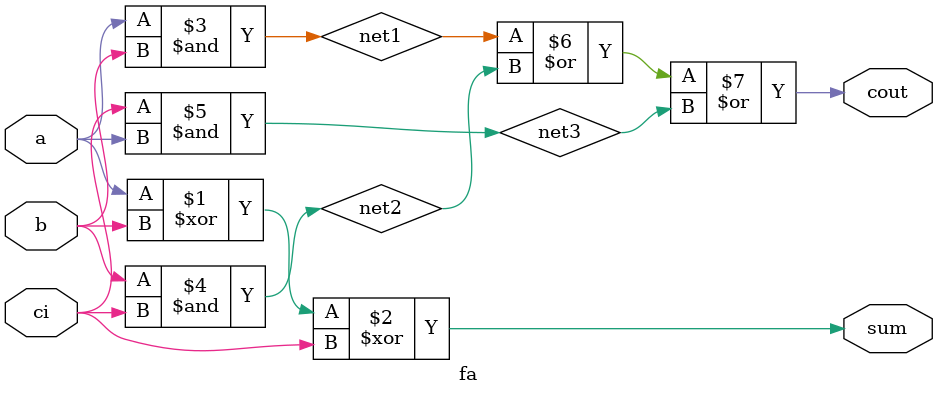
<source format=v>
module fa(a, b, ci, sum, cout);
// input and output declaration
input  a, b, ci;
output sum, cout;

// wire and reg declaration


// module instance
xor u0 (sum, a, b, ci);
and u1 (net1, a, b);
and u2 (net2, b, ci);
and u3 (net3, ci, a);
or u4 (cout, net1, net2, net3);

endmodule

</source>
